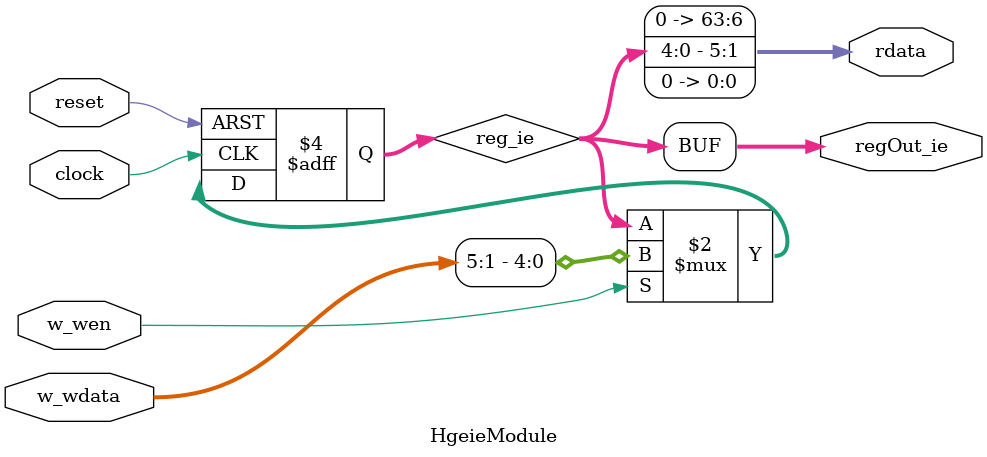
<source format=sv>
`ifndef RANDOMIZE
  `ifdef RANDOMIZE_MEM_INIT
    `define RANDOMIZE
  `endif // RANDOMIZE_MEM_INIT
`endif // not def RANDOMIZE
`ifndef RANDOMIZE
  `ifdef RANDOMIZE_REG_INIT
    `define RANDOMIZE
  `endif // RANDOMIZE_REG_INIT
`endif // not def RANDOMIZE

`ifndef RANDOM
  `define RANDOM $random
`endif // not def RANDOM

// Users can define INIT_RANDOM as general code that gets injected into the
// initializer block for modules with registers.
`ifndef INIT_RANDOM
  `define INIT_RANDOM
`endif // not def INIT_RANDOM

// If using random initialization, you can also define RANDOMIZE_DELAY to
// customize the delay used, otherwise 0.002 is used.
`ifndef RANDOMIZE_DELAY
  `define RANDOMIZE_DELAY 0.002
`endif // not def RANDOMIZE_DELAY

// Define INIT_RANDOM_PROLOG_ for use in our modules below.
`ifndef INIT_RANDOM_PROLOG_
  `ifdef RANDOMIZE
    `ifdef VERILATOR
      `define INIT_RANDOM_PROLOG_ `INIT_RANDOM
    `else  // VERILATOR
      `define INIT_RANDOM_PROLOG_ `INIT_RANDOM #`RANDOMIZE_DELAY begin end
    `endif // VERILATOR
  `else  // RANDOMIZE
    `define INIT_RANDOM_PROLOG_
  `endif // RANDOMIZE
`endif // not def INIT_RANDOM_PROLOG_

// Include register initializers in init blocks unless synthesis is set
`ifndef SYNTHESIS
  `ifndef ENABLE_INITIAL_REG_
    `define ENABLE_INITIAL_REG_
  `endif // not def ENABLE_INITIAL_REG_
`endif // not def SYNTHESIS

// Include rmemory initializers in init blocks unless synthesis is set
`ifndef SYNTHESIS
  `ifndef ENABLE_INITIAL_MEM_
    `define ENABLE_INITIAL_MEM_
  `endif // not def ENABLE_INITIAL_MEM_
`endif // not def SYNTHESIS

module HgeieModule(
  input         clock,
  input         reset,
  input         w_wen,
  input  [63:0] w_wdata,
  output [63:0] rdata,
  output [4:0]  regOut_ie
);

  reg [4:0] reg_ie;
  always @(posedge clock or posedge reset) begin
    if (reset)
      reg_ie <= 5'h0;
    else if (w_wen)
      reg_ie <= w_wdata[5:1];
  end // always @(posedge, posedge)
  `ifdef ENABLE_INITIAL_REG_
    `ifdef FIRRTL_BEFORE_INITIAL
      `FIRRTL_BEFORE_INITIAL
    `endif // FIRRTL_BEFORE_INITIAL
    logic [31:0] _RANDOM[0:0];
    initial begin
      `ifdef INIT_RANDOM_PROLOG_
        `INIT_RANDOM_PROLOG_
      `endif // INIT_RANDOM_PROLOG_
      `ifdef RANDOMIZE_REG_INIT
        _RANDOM[/*Zero width*/ 1'b0] = `RANDOM;
        reg_ie = _RANDOM[/*Zero width*/ 1'b0][4:0];
      `endif // RANDOMIZE_REG_INIT
      if (reset)
        reg_ie = 5'h0;
    end // initial
    `ifdef FIRRTL_AFTER_INITIAL
      `FIRRTL_AFTER_INITIAL
    `endif // FIRRTL_AFTER_INITIAL
  `endif // ENABLE_INITIAL_REG_
  assign rdata = {58'h0, reg_ie, 1'h0};
  assign regOut_ie = reg_ie;
endmodule


</source>
